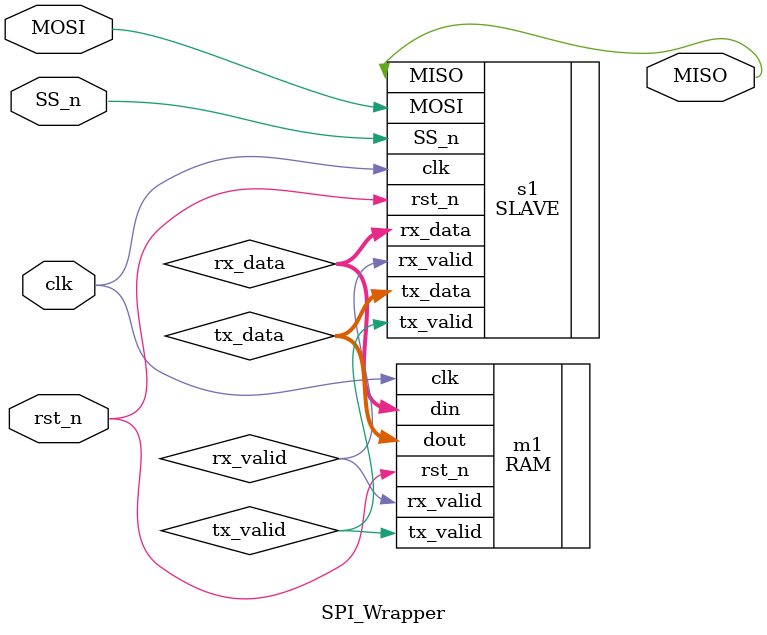
<source format=v>

module SPI_Wrapper(MOSI, MISO, SS_n, rst_n, clk);

//===========================================================
// Port Declarations
//===========================================================

input MOSI, SS_n, clk, rst_n;  // SPI input signals and reset
output MISO;                   // SPI output signal

//===========================================================
// Internal Signal Declarations
//===========================================================

wire [9:0] rx_data;  // Data received from SPI slave
wire rx_valid;       // Valid signal for received data
wire tx_valid;       // Valid signal for transmitted data
wire [7:0] tx_data;  // Data to be transmitted via SPI

//===========================================================
// Module Instantiations
//===========================================================

RAM #(.MEM_DEPTH(256), .ADDR_SIZE(8)) m1 (
    .din(rx_data),        // Data input to RAM
    .clk(clk),            // Clock signal
    .rx_valid(rx_valid),  // Valid signal for received data
    .rst_n(rst_n),        // Reset signal
    .dout(tx_data),       // Data output from RAM
    .tx_valid(tx_valid)   // Valid signal for transmitted data
);

SLAVE s1 (
    .MOSI(MOSI),         // SPI Master Out Slave In
    .MISO(MISO),         // SPI Master In Slave Out
    .SS_n(SS_n),         // SPI Slave Select
    .clk(clk),           // Clock signal
    .rst_n(rst_n),       // Reset signal
    .rx_data(rx_data),   // Data received from SPI master
    .rx_valid(rx_valid), // Valid signal for received data
    .tx_data(tx_data),   // Data to be transmitted to SPI master
    .tx_valid(tx_valid)  // Valid signal for transmitted data
);

endmodule

</source>
